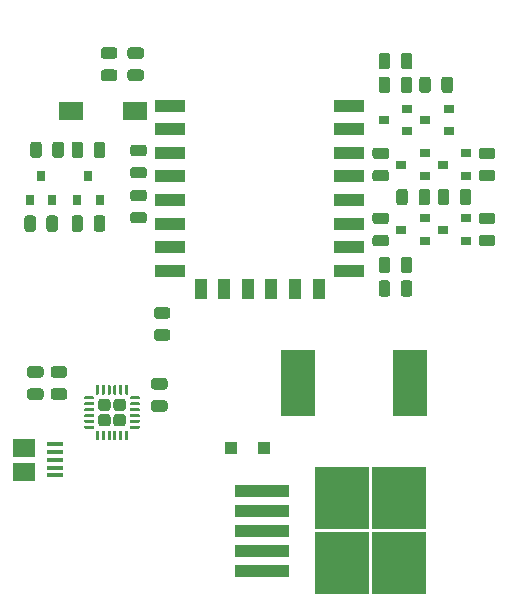
<source format=gbr>
%TF.GenerationSoftware,KiCad,Pcbnew,(5.1.6-0-10_14)*%
%TF.CreationDate,2020-07-27T20:59:48+02:00*%
%TF.ProjectId,DoorLightController,446f6f72-4c69-4676-9874-436f6e74726f,rev?*%
%TF.SameCoordinates,Original*%
%TF.FileFunction,Paste,Top*%
%TF.FilePolarity,Positive*%
%FSLAX46Y46*%
G04 Gerber Fmt 4.6, Leading zero omitted, Abs format (unit mm)*
G04 Created by KiCad (PCBNEW (5.1.6-0-10_14)) date 2020-07-27 20:59:48*
%MOMM*%
%LPD*%
G01*
G04 APERTURE LIST*
%ADD10R,1.900000X1.500000*%
%ADD11R,1.350000X0.400000*%
%ADD12R,2.000000X1.600000*%
%ADD13R,3.000000X5.600000*%
%ADD14R,1.100000X1.100000*%
%ADD15R,2.500000X1.000000*%
%ADD16R,1.000000X1.800000*%
%ADD17R,0.800000X0.900000*%
%ADD18R,0.900000X0.800000*%
%ADD19R,4.600000X1.100000*%
%ADD20R,4.550000X5.250000*%
G04 APERTURE END LIST*
D10*
%TO.C,J3*%
X190012500Y-93500000D03*
D11*
X192712500Y-94500000D03*
X192712500Y-95150000D03*
X192712500Y-95800000D03*
X192712500Y-93200000D03*
X192712500Y-93850000D03*
D10*
X190012500Y-95500000D03*
%TD*%
D12*
%TO.C,SW1*%
X199450000Y-65000000D03*
X194050000Y-65000000D03*
%TD*%
%TO.C,R18*%
G36*
G01*
X195050000Y-67793750D02*
X195050000Y-68706250D01*
G75*
G02*
X194806250Y-68950000I-243750J0D01*
G01*
X194318750Y-68950000D01*
G75*
G02*
X194075000Y-68706250I0J243750D01*
G01*
X194075000Y-67793750D01*
G75*
G02*
X194318750Y-67550000I243750J0D01*
G01*
X194806250Y-67550000D01*
G75*
G02*
X195050000Y-67793750I0J-243750D01*
G01*
G37*
G36*
G01*
X196925000Y-67793750D02*
X196925000Y-68706250D01*
G75*
G02*
X196681250Y-68950000I-243750J0D01*
G01*
X196193750Y-68950000D01*
G75*
G02*
X195950000Y-68706250I0J243750D01*
G01*
X195950000Y-67793750D01*
G75*
G02*
X196193750Y-67550000I243750J0D01*
G01*
X196681250Y-67550000D01*
G75*
G02*
X196925000Y-67793750I0J-243750D01*
G01*
G37*
%TD*%
%TO.C,R17*%
G36*
G01*
X193425000Y-67793750D02*
X193425000Y-68706250D01*
G75*
G02*
X193181250Y-68950000I-243750J0D01*
G01*
X192693750Y-68950000D01*
G75*
G02*
X192450000Y-68706250I0J243750D01*
G01*
X192450000Y-67793750D01*
G75*
G02*
X192693750Y-67550000I243750J0D01*
G01*
X193181250Y-67550000D01*
G75*
G02*
X193425000Y-67793750I0J-243750D01*
G01*
G37*
G36*
G01*
X191550000Y-67793750D02*
X191550000Y-68706250D01*
G75*
G02*
X191306250Y-68950000I-243750J0D01*
G01*
X190818750Y-68950000D01*
G75*
G02*
X190575000Y-68706250I0J243750D01*
G01*
X190575000Y-67793750D01*
G75*
G02*
X190818750Y-67550000I243750J0D01*
G01*
X191306250Y-67550000D01*
G75*
G02*
X191550000Y-67793750I0J-243750D01*
G01*
G37*
%TD*%
D13*
%TO.C,L1*%
X222750000Y-88000000D03*
X213250000Y-88000000D03*
%TD*%
%TO.C,D3*%
G36*
G01*
X199956250Y-60550000D02*
X199043750Y-60550000D01*
G75*
G02*
X198800000Y-60306250I0J243750D01*
G01*
X198800000Y-59818750D01*
G75*
G02*
X199043750Y-59575000I243750J0D01*
G01*
X199956250Y-59575000D01*
G75*
G02*
X200200000Y-59818750I0J-243750D01*
G01*
X200200000Y-60306250D01*
G75*
G02*
X199956250Y-60550000I-243750J0D01*
G01*
G37*
G36*
G01*
X199956250Y-62425000D02*
X199043750Y-62425000D01*
G75*
G02*
X198800000Y-62181250I0J243750D01*
G01*
X198800000Y-61693750D01*
G75*
G02*
X199043750Y-61450000I243750J0D01*
G01*
X199956250Y-61450000D01*
G75*
G02*
X200200000Y-61693750I0J-243750D01*
G01*
X200200000Y-62181250D01*
G75*
G02*
X199956250Y-62425000I-243750J0D01*
G01*
G37*
%TD*%
%TO.C,D2*%
G36*
G01*
X197706250Y-60550000D02*
X196793750Y-60550000D01*
G75*
G02*
X196550000Y-60306250I0J243750D01*
G01*
X196550000Y-59818750D01*
G75*
G02*
X196793750Y-59575000I243750J0D01*
G01*
X197706250Y-59575000D01*
G75*
G02*
X197950000Y-59818750I0J-243750D01*
G01*
X197950000Y-60306250D01*
G75*
G02*
X197706250Y-60550000I-243750J0D01*
G01*
G37*
G36*
G01*
X197706250Y-62425000D02*
X196793750Y-62425000D01*
G75*
G02*
X196550000Y-62181250I0J243750D01*
G01*
X196550000Y-61693750D01*
G75*
G02*
X196793750Y-61450000I243750J0D01*
G01*
X197706250Y-61450000D01*
G75*
G02*
X197950000Y-61693750I0J-243750D01*
G01*
X197950000Y-62181250D01*
G75*
G02*
X197706250Y-62425000I-243750J0D01*
G01*
G37*
%TD*%
D14*
%TO.C,D1*%
X207600000Y-93500000D03*
X210400000Y-93500000D03*
%TD*%
D15*
%TO.C,U2*%
X202400000Y-64500000D03*
X202400000Y-66500000D03*
X202400000Y-68500000D03*
X202400000Y-70500000D03*
X202400000Y-72500000D03*
X202400000Y-74500000D03*
X202400000Y-76500000D03*
X202400000Y-78500000D03*
D16*
X205000000Y-80000000D03*
X207000000Y-80000000D03*
X209000000Y-80000000D03*
X211000000Y-80000000D03*
X213000000Y-80000000D03*
X215000000Y-80000000D03*
D15*
X217600000Y-78500000D03*
X217600000Y-76500000D03*
X217600000Y-74500000D03*
X217600000Y-72500000D03*
X217600000Y-70500000D03*
X217600000Y-68500000D03*
X217600000Y-66500000D03*
X217600000Y-64500000D03*
%TD*%
%TO.C,C3*%
G36*
G01*
X201293750Y-83450000D02*
X202206250Y-83450000D01*
G75*
G02*
X202450000Y-83693750I0J-243750D01*
G01*
X202450000Y-84181250D01*
G75*
G02*
X202206250Y-84425000I-243750J0D01*
G01*
X201293750Y-84425000D01*
G75*
G02*
X201050000Y-84181250I0J243750D01*
G01*
X201050000Y-83693750D01*
G75*
G02*
X201293750Y-83450000I243750J0D01*
G01*
G37*
G36*
G01*
X201293750Y-81575000D02*
X202206250Y-81575000D01*
G75*
G02*
X202450000Y-81818750I0J-243750D01*
G01*
X202450000Y-82306250D01*
G75*
G02*
X202206250Y-82550000I-243750J0D01*
G01*
X201293750Y-82550000D01*
G75*
G02*
X201050000Y-82306250I0J243750D01*
G01*
X201050000Y-81818750D01*
G75*
G02*
X201293750Y-81575000I243750J0D01*
G01*
G37*
%TD*%
%TO.C,C4*%
G36*
G01*
X191456250Y-89425000D02*
X190543750Y-89425000D01*
G75*
G02*
X190300000Y-89181250I0J243750D01*
G01*
X190300000Y-88693750D01*
G75*
G02*
X190543750Y-88450000I243750J0D01*
G01*
X191456250Y-88450000D01*
G75*
G02*
X191700000Y-88693750I0J-243750D01*
G01*
X191700000Y-89181250D01*
G75*
G02*
X191456250Y-89425000I-243750J0D01*
G01*
G37*
G36*
G01*
X191456250Y-87550000D02*
X190543750Y-87550000D01*
G75*
G02*
X190300000Y-87306250I0J243750D01*
G01*
X190300000Y-86818750D01*
G75*
G02*
X190543750Y-86575000I243750J0D01*
G01*
X191456250Y-86575000D01*
G75*
G02*
X191700000Y-86818750I0J-243750D01*
G01*
X191700000Y-87306250D01*
G75*
G02*
X191456250Y-87550000I-243750J0D01*
G01*
G37*
%TD*%
%TO.C,C5*%
G36*
G01*
X192543750Y-88450000D02*
X193456250Y-88450000D01*
G75*
G02*
X193700000Y-88693750I0J-243750D01*
G01*
X193700000Y-89181250D01*
G75*
G02*
X193456250Y-89425000I-243750J0D01*
G01*
X192543750Y-89425000D01*
G75*
G02*
X192300000Y-89181250I0J243750D01*
G01*
X192300000Y-88693750D01*
G75*
G02*
X192543750Y-88450000I243750J0D01*
G01*
G37*
G36*
G01*
X192543750Y-86575000D02*
X193456250Y-86575000D01*
G75*
G02*
X193700000Y-86818750I0J-243750D01*
G01*
X193700000Y-87306250D01*
G75*
G02*
X193456250Y-87550000I-243750J0D01*
G01*
X192543750Y-87550000D01*
G75*
G02*
X192300000Y-87306250I0J243750D01*
G01*
X192300000Y-86818750D01*
G75*
G02*
X192543750Y-86575000I243750J0D01*
G01*
G37*
%TD*%
D17*
%TO.C,Q1*%
X194550000Y-72500000D03*
X196450000Y-72500000D03*
X195500000Y-70500000D03*
%TD*%
%TO.C,Q2*%
X190550000Y-72500000D03*
X192450000Y-72500000D03*
X191500000Y-70500000D03*
%TD*%
D18*
%TO.C,Q3*%
X224000000Y-70450000D03*
X224000000Y-68550000D03*
X222000000Y-69500000D03*
%TD*%
%TO.C,Q4*%
X220500000Y-65750000D03*
X222500000Y-64800000D03*
X222500000Y-66700000D03*
%TD*%
%TO.C,Q5*%
X224000000Y-75950000D03*
X224000000Y-74050000D03*
X222000000Y-75000000D03*
%TD*%
%TO.C,Q6*%
X225500000Y-69500000D03*
X227500000Y-68550000D03*
X227500000Y-70450000D03*
%TD*%
%TO.C,Q7*%
X224000000Y-65750000D03*
X226000000Y-64800000D03*
X226000000Y-66700000D03*
%TD*%
%TO.C,Q8*%
X225500000Y-75000000D03*
X227500000Y-74050000D03*
X227500000Y-75950000D03*
%TD*%
%TO.C,R1*%
G36*
G01*
X201956250Y-88550000D02*
X201043750Y-88550000D01*
G75*
G02*
X200800000Y-88306250I0J243750D01*
G01*
X200800000Y-87818750D01*
G75*
G02*
X201043750Y-87575000I243750J0D01*
G01*
X201956250Y-87575000D01*
G75*
G02*
X202200000Y-87818750I0J-243750D01*
G01*
X202200000Y-88306250D01*
G75*
G02*
X201956250Y-88550000I-243750J0D01*
G01*
G37*
G36*
G01*
X201956250Y-90425000D02*
X201043750Y-90425000D01*
G75*
G02*
X200800000Y-90181250I0J243750D01*
G01*
X200800000Y-89693750D01*
G75*
G02*
X201043750Y-89450000I243750J0D01*
G01*
X201956250Y-89450000D01*
G75*
G02*
X202200000Y-89693750I0J-243750D01*
G01*
X202200000Y-90181250D01*
G75*
G02*
X201956250Y-90425000I-243750J0D01*
G01*
G37*
%TD*%
%TO.C,R2*%
G36*
G01*
X191950000Y-74956250D02*
X191950000Y-74043750D01*
G75*
G02*
X192193750Y-73800000I243750J0D01*
G01*
X192681250Y-73800000D01*
G75*
G02*
X192925000Y-74043750I0J-243750D01*
G01*
X192925000Y-74956250D01*
G75*
G02*
X192681250Y-75200000I-243750J0D01*
G01*
X192193750Y-75200000D01*
G75*
G02*
X191950000Y-74956250I0J243750D01*
G01*
G37*
G36*
G01*
X190075000Y-74956250D02*
X190075000Y-74043750D01*
G75*
G02*
X190318750Y-73800000I243750J0D01*
G01*
X190806250Y-73800000D01*
G75*
G02*
X191050000Y-74043750I0J-243750D01*
G01*
X191050000Y-74956250D01*
G75*
G02*
X190806250Y-75200000I-243750J0D01*
G01*
X190318750Y-75200000D01*
G75*
G02*
X190075000Y-74956250I0J243750D01*
G01*
G37*
%TD*%
%TO.C,R3*%
G36*
G01*
X199293750Y-71637500D02*
X200206250Y-71637500D01*
G75*
G02*
X200450000Y-71881250I0J-243750D01*
G01*
X200450000Y-72368750D01*
G75*
G02*
X200206250Y-72612500I-243750J0D01*
G01*
X199293750Y-72612500D01*
G75*
G02*
X199050000Y-72368750I0J243750D01*
G01*
X199050000Y-71881250D01*
G75*
G02*
X199293750Y-71637500I243750J0D01*
G01*
G37*
G36*
G01*
X199293750Y-73512500D02*
X200206250Y-73512500D01*
G75*
G02*
X200450000Y-73756250I0J-243750D01*
G01*
X200450000Y-74243750D01*
G75*
G02*
X200206250Y-74487500I-243750J0D01*
G01*
X199293750Y-74487500D01*
G75*
G02*
X199050000Y-74243750I0J243750D01*
G01*
X199050000Y-73756250D01*
G75*
G02*
X199293750Y-73512500I243750J0D01*
G01*
G37*
%TD*%
%TO.C,R4*%
G36*
G01*
X221950000Y-78456250D02*
X221950000Y-77543750D01*
G75*
G02*
X222193750Y-77300000I243750J0D01*
G01*
X222681250Y-77300000D01*
G75*
G02*
X222925000Y-77543750I0J-243750D01*
G01*
X222925000Y-78456250D01*
G75*
G02*
X222681250Y-78700000I-243750J0D01*
G01*
X222193750Y-78700000D01*
G75*
G02*
X221950000Y-78456250I0J243750D01*
G01*
G37*
G36*
G01*
X220075000Y-78456250D02*
X220075000Y-77543750D01*
G75*
G02*
X220318750Y-77300000I243750J0D01*
G01*
X220806250Y-77300000D01*
G75*
G02*
X221050000Y-77543750I0J-243750D01*
G01*
X221050000Y-78456250D01*
G75*
G02*
X220806250Y-78700000I-243750J0D01*
G01*
X220318750Y-78700000D01*
G75*
G02*
X220075000Y-78456250I0J243750D01*
G01*
G37*
%TD*%
%TO.C,R5*%
G36*
G01*
X222925000Y-79543750D02*
X222925000Y-80456250D01*
G75*
G02*
X222681250Y-80700000I-243750J0D01*
G01*
X222193750Y-80700000D01*
G75*
G02*
X221950000Y-80456250I0J243750D01*
G01*
X221950000Y-79543750D01*
G75*
G02*
X222193750Y-79300000I243750J0D01*
G01*
X222681250Y-79300000D01*
G75*
G02*
X222925000Y-79543750I0J-243750D01*
G01*
G37*
G36*
G01*
X221050000Y-79543750D02*
X221050000Y-80456250D01*
G75*
G02*
X220806250Y-80700000I-243750J0D01*
G01*
X220318750Y-80700000D01*
G75*
G02*
X220075000Y-80456250I0J243750D01*
G01*
X220075000Y-79543750D01*
G75*
G02*
X220318750Y-79300000I243750J0D01*
G01*
X220806250Y-79300000D01*
G75*
G02*
X221050000Y-79543750I0J-243750D01*
G01*
G37*
%TD*%
%TO.C,R6*%
G36*
G01*
X196925000Y-74043750D02*
X196925000Y-74956250D01*
G75*
G02*
X196681250Y-75200000I-243750J0D01*
G01*
X196193750Y-75200000D01*
G75*
G02*
X195950000Y-74956250I0J243750D01*
G01*
X195950000Y-74043750D01*
G75*
G02*
X196193750Y-73800000I243750J0D01*
G01*
X196681250Y-73800000D01*
G75*
G02*
X196925000Y-74043750I0J-243750D01*
G01*
G37*
G36*
G01*
X195050000Y-74043750D02*
X195050000Y-74956250D01*
G75*
G02*
X194806250Y-75200000I-243750J0D01*
G01*
X194318750Y-75200000D01*
G75*
G02*
X194075000Y-74956250I0J243750D01*
G01*
X194075000Y-74043750D01*
G75*
G02*
X194318750Y-73800000I243750J0D01*
G01*
X194806250Y-73800000D01*
G75*
G02*
X195050000Y-74043750I0J-243750D01*
G01*
G37*
%TD*%
%TO.C,R7*%
G36*
G01*
X200206250Y-68800000D02*
X199293750Y-68800000D01*
G75*
G02*
X199050000Y-68556250I0J243750D01*
G01*
X199050000Y-68068750D01*
G75*
G02*
X199293750Y-67825000I243750J0D01*
G01*
X200206250Y-67825000D01*
G75*
G02*
X200450000Y-68068750I0J-243750D01*
G01*
X200450000Y-68556250D01*
G75*
G02*
X200206250Y-68800000I-243750J0D01*
G01*
G37*
G36*
G01*
X200206250Y-70675000D02*
X199293750Y-70675000D01*
G75*
G02*
X199050000Y-70431250I0J243750D01*
G01*
X199050000Y-69943750D01*
G75*
G02*
X199293750Y-69700000I243750J0D01*
G01*
X200206250Y-69700000D01*
G75*
G02*
X200450000Y-69943750I0J-243750D01*
G01*
X200450000Y-70431250D01*
G75*
G02*
X200206250Y-70675000I-243750J0D01*
G01*
G37*
%TD*%
%TO.C,R8*%
G36*
G01*
X219793750Y-68075000D02*
X220706250Y-68075000D01*
G75*
G02*
X220950000Y-68318750I0J-243750D01*
G01*
X220950000Y-68806250D01*
G75*
G02*
X220706250Y-69050000I-243750J0D01*
G01*
X219793750Y-69050000D01*
G75*
G02*
X219550000Y-68806250I0J243750D01*
G01*
X219550000Y-68318750D01*
G75*
G02*
X219793750Y-68075000I243750J0D01*
G01*
G37*
G36*
G01*
X219793750Y-69950000D02*
X220706250Y-69950000D01*
G75*
G02*
X220950000Y-70193750I0J-243750D01*
G01*
X220950000Y-70681250D01*
G75*
G02*
X220706250Y-70925000I-243750J0D01*
G01*
X219793750Y-70925000D01*
G75*
G02*
X219550000Y-70681250I0J243750D01*
G01*
X219550000Y-70193750D01*
G75*
G02*
X219793750Y-69950000I243750J0D01*
G01*
G37*
%TD*%
%TO.C,R9*%
G36*
G01*
X221950000Y-63206250D02*
X221950000Y-62293750D01*
G75*
G02*
X222193750Y-62050000I243750J0D01*
G01*
X222681250Y-62050000D01*
G75*
G02*
X222925000Y-62293750I0J-243750D01*
G01*
X222925000Y-63206250D01*
G75*
G02*
X222681250Y-63450000I-243750J0D01*
G01*
X222193750Y-63450000D01*
G75*
G02*
X221950000Y-63206250I0J243750D01*
G01*
G37*
G36*
G01*
X220075000Y-63206250D02*
X220075000Y-62293750D01*
G75*
G02*
X220318750Y-62050000I243750J0D01*
G01*
X220806250Y-62050000D01*
G75*
G02*
X221050000Y-62293750I0J-243750D01*
G01*
X221050000Y-63206250D01*
G75*
G02*
X220806250Y-63450000I-243750J0D01*
G01*
X220318750Y-63450000D01*
G75*
G02*
X220075000Y-63206250I0J243750D01*
G01*
G37*
%TD*%
%TO.C,R10*%
G36*
G01*
X219793750Y-73575000D02*
X220706250Y-73575000D01*
G75*
G02*
X220950000Y-73818750I0J-243750D01*
G01*
X220950000Y-74306250D01*
G75*
G02*
X220706250Y-74550000I-243750J0D01*
G01*
X219793750Y-74550000D01*
G75*
G02*
X219550000Y-74306250I0J243750D01*
G01*
X219550000Y-73818750D01*
G75*
G02*
X219793750Y-73575000I243750J0D01*
G01*
G37*
G36*
G01*
X219793750Y-75450000D02*
X220706250Y-75450000D01*
G75*
G02*
X220950000Y-75693750I0J-243750D01*
G01*
X220950000Y-76181250D01*
G75*
G02*
X220706250Y-76425000I-243750J0D01*
G01*
X219793750Y-76425000D01*
G75*
G02*
X219550000Y-76181250I0J243750D01*
G01*
X219550000Y-75693750D01*
G75*
G02*
X219793750Y-75450000I243750J0D01*
G01*
G37*
%TD*%
%TO.C,R11*%
G36*
G01*
X229706250Y-69050000D02*
X228793750Y-69050000D01*
G75*
G02*
X228550000Y-68806250I0J243750D01*
G01*
X228550000Y-68318750D01*
G75*
G02*
X228793750Y-68075000I243750J0D01*
G01*
X229706250Y-68075000D01*
G75*
G02*
X229950000Y-68318750I0J-243750D01*
G01*
X229950000Y-68806250D01*
G75*
G02*
X229706250Y-69050000I-243750J0D01*
G01*
G37*
G36*
G01*
X229706250Y-70925000D02*
X228793750Y-70925000D01*
G75*
G02*
X228550000Y-70681250I0J243750D01*
G01*
X228550000Y-70193750D01*
G75*
G02*
X228793750Y-69950000I243750J0D01*
G01*
X229706250Y-69950000D01*
G75*
G02*
X229950000Y-70193750I0J-243750D01*
G01*
X229950000Y-70681250D01*
G75*
G02*
X229706250Y-70925000I-243750J0D01*
G01*
G37*
%TD*%
%TO.C,R12*%
G36*
G01*
X223512500Y-63206250D02*
X223512500Y-62293750D01*
G75*
G02*
X223756250Y-62050000I243750J0D01*
G01*
X224243750Y-62050000D01*
G75*
G02*
X224487500Y-62293750I0J-243750D01*
G01*
X224487500Y-63206250D01*
G75*
G02*
X224243750Y-63450000I-243750J0D01*
G01*
X223756250Y-63450000D01*
G75*
G02*
X223512500Y-63206250I0J243750D01*
G01*
G37*
G36*
G01*
X225387500Y-63206250D02*
X225387500Y-62293750D01*
G75*
G02*
X225631250Y-62050000I243750J0D01*
G01*
X226118750Y-62050000D01*
G75*
G02*
X226362500Y-62293750I0J-243750D01*
G01*
X226362500Y-63206250D01*
G75*
G02*
X226118750Y-63450000I-243750J0D01*
G01*
X225631250Y-63450000D01*
G75*
G02*
X225387500Y-63206250I0J243750D01*
G01*
G37*
%TD*%
%TO.C,R13*%
G36*
G01*
X229706250Y-74550000D02*
X228793750Y-74550000D01*
G75*
G02*
X228550000Y-74306250I0J243750D01*
G01*
X228550000Y-73818750D01*
G75*
G02*
X228793750Y-73575000I243750J0D01*
G01*
X229706250Y-73575000D01*
G75*
G02*
X229950000Y-73818750I0J-243750D01*
G01*
X229950000Y-74306250D01*
G75*
G02*
X229706250Y-74550000I-243750J0D01*
G01*
G37*
G36*
G01*
X229706250Y-76425000D02*
X228793750Y-76425000D01*
G75*
G02*
X228550000Y-76181250I0J243750D01*
G01*
X228550000Y-75693750D01*
G75*
G02*
X228793750Y-75450000I243750J0D01*
G01*
X229706250Y-75450000D01*
G75*
G02*
X229950000Y-75693750I0J-243750D01*
G01*
X229950000Y-76181250D01*
G75*
G02*
X229706250Y-76425000I-243750J0D01*
G01*
G37*
%TD*%
%TO.C,R14*%
G36*
G01*
X226050000Y-71793750D02*
X226050000Y-72706250D01*
G75*
G02*
X225806250Y-72950000I-243750J0D01*
G01*
X225318750Y-72950000D01*
G75*
G02*
X225075000Y-72706250I0J243750D01*
G01*
X225075000Y-71793750D01*
G75*
G02*
X225318750Y-71550000I243750J0D01*
G01*
X225806250Y-71550000D01*
G75*
G02*
X226050000Y-71793750I0J-243750D01*
G01*
G37*
G36*
G01*
X227925000Y-71793750D02*
X227925000Y-72706250D01*
G75*
G02*
X227681250Y-72950000I-243750J0D01*
G01*
X227193750Y-72950000D01*
G75*
G02*
X226950000Y-72706250I0J243750D01*
G01*
X226950000Y-71793750D01*
G75*
G02*
X227193750Y-71550000I243750J0D01*
G01*
X227681250Y-71550000D01*
G75*
G02*
X227925000Y-71793750I0J-243750D01*
G01*
G37*
%TD*%
%TO.C,R15*%
G36*
G01*
X220075000Y-61206250D02*
X220075000Y-60293750D01*
G75*
G02*
X220318750Y-60050000I243750J0D01*
G01*
X220806250Y-60050000D01*
G75*
G02*
X221050000Y-60293750I0J-243750D01*
G01*
X221050000Y-61206250D01*
G75*
G02*
X220806250Y-61450000I-243750J0D01*
G01*
X220318750Y-61450000D01*
G75*
G02*
X220075000Y-61206250I0J243750D01*
G01*
G37*
G36*
G01*
X221950000Y-61206250D02*
X221950000Y-60293750D01*
G75*
G02*
X222193750Y-60050000I243750J0D01*
G01*
X222681250Y-60050000D01*
G75*
G02*
X222925000Y-60293750I0J-243750D01*
G01*
X222925000Y-61206250D01*
G75*
G02*
X222681250Y-61450000I-243750J0D01*
G01*
X222193750Y-61450000D01*
G75*
G02*
X221950000Y-61206250I0J243750D01*
G01*
G37*
%TD*%
%TO.C,R16*%
G36*
G01*
X221575000Y-72706250D02*
X221575000Y-71793750D01*
G75*
G02*
X221818750Y-71550000I243750J0D01*
G01*
X222306250Y-71550000D01*
G75*
G02*
X222550000Y-71793750I0J-243750D01*
G01*
X222550000Y-72706250D01*
G75*
G02*
X222306250Y-72950000I-243750J0D01*
G01*
X221818750Y-72950000D01*
G75*
G02*
X221575000Y-72706250I0J243750D01*
G01*
G37*
G36*
G01*
X223450000Y-72706250D02*
X223450000Y-71793750D01*
G75*
G02*
X223693750Y-71550000I243750J0D01*
G01*
X224181250Y-71550000D01*
G75*
G02*
X224425000Y-71793750I0J-243750D01*
G01*
X224425000Y-72706250D01*
G75*
G02*
X224181250Y-72950000I-243750J0D01*
G01*
X223693750Y-72950000D01*
G75*
G02*
X223450000Y-72706250I0J243750D01*
G01*
G37*
%TD*%
D19*
%TO.C,U1*%
X210225000Y-97100000D03*
X210225000Y-98800000D03*
X210225000Y-100500000D03*
X210225000Y-102200000D03*
X210225000Y-103900000D03*
D20*
X221800000Y-103275000D03*
X216950000Y-97725000D03*
X221800000Y-97725000D03*
X216950000Y-103275000D03*
%TD*%
%TO.C,U3*%
G36*
G01*
X195150000Y-89312500D02*
X195150000Y-89187500D01*
G75*
G02*
X195212500Y-89125000I62500J0D01*
G01*
X195912500Y-89125000D01*
G75*
G02*
X195975000Y-89187500I0J-62500D01*
G01*
X195975000Y-89312500D01*
G75*
G02*
X195912500Y-89375000I-62500J0D01*
G01*
X195212500Y-89375000D01*
G75*
G02*
X195150000Y-89312500I0J62500D01*
G01*
G37*
G36*
G01*
X195150000Y-89812500D02*
X195150000Y-89687500D01*
G75*
G02*
X195212500Y-89625000I62500J0D01*
G01*
X195912500Y-89625000D01*
G75*
G02*
X195975000Y-89687500I0J-62500D01*
G01*
X195975000Y-89812500D01*
G75*
G02*
X195912500Y-89875000I-62500J0D01*
G01*
X195212500Y-89875000D01*
G75*
G02*
X195150000Y-89812500I0J62500D01*
G01*
G37*
G36*
G01*
X195150000Y-90312500D02*
X195150000Y-90187500D01*
G75*
G02*
X195212500Y-90125000I62500J0D01*
G01*
X195912500Y-90125000D01*
G75*
G02*
X195975000Y-90187500I0J-62500D01*
G01*
X195975000Y-90312500D01*
G75*
G02*
X195912500Y-90375000I-62500J0D01*
G01*
X195212500Y-90375000D01*
G75*
G02*
X195150000Y-90312500I0J62500D01*
G01*
G37*
G36*
G01*
X195150000Y-90812500D02*
X195150000Y-90687500D01*
G75*
G02*
X195212500Y-90625000I62500J0D01*
G01*
X195912500Y-90625000D01*
G75*
G02*
X195975000Y-90687500I0J-62500D01*
G01*
X195975000Y-90812500D01*
G75*
G02*
X195912500Y-90875000I-62500J0D01*
G01*
X195212500Y-90875000D01*
G75*
G02*
X195150000Y-90812500I0J62500D01*
G01*
G37*
G36*
G01*
X195150000Y-91312500D02*
X195150000Y-91187500D01*
G75*
G02*
X195212500Y-91125000I62500J0D01*
G01*
X195912500Y-91125000D01*
G75*
G02*
X195975000Y-91187500I0J-62500D01*
G01*
X195975000Y-91312500D01*
G75*
G02*
X195912500Y-91375000I-62500J0D01*
G01*
X195212500Y-91375000D01*
G75*
G02*
X195150000Y-91312500I0J62500D01*
G01*
G37*
G36*
G01*
X195150000Y-91812500D02*
X195150000Y-91687500D01*
G75*
G02*
X195212500Y-91625000I62500J0D01*
G01*
X195912500Y-91625000D01*
G75*
G02*
X195975000Y-91687500I0J-62500D01*
G01*
X195975000Y-91812500D01*
G75*
G02*
X195912500Y-91875000I-62500J0D01*
G01*
X195212500Y-91875000D01*
G75*
G02*
X195150000Y-91812500I0J62500D01*
G01*
G37*
G36*
G01*
X196125000Y-92787500D02*
X196125000Y-92087500D01*
G75*
G02*
X196187500Y-92025000I62500J0D01*
G01*
X196312500Y-92025000D01*
G75*
G02*
X196375000Y-92087500I0J-62500D01*
G01*
X196375000Y-92787500D01*
G75*
G02*
X196312500Y-92850000I-62500J0D01*
G01*
X196187500Y-92850000D01*
G75*
G02*
X196125000Y-92787500I0J62500D01*
G01*
G37*
G36*
G01*
X196625000Y-92787500D02*
X196625000Y-92087500D01*
G75*
G02*
X196687500Y-92025000I62500J0D01*
G01*
X196812500Y-92025000D01*
G75*
G02*
X196875000Y-92087500I0J-62500D01*
G01*
X196875000Y-92787500D01*
G75*
G02*
X196812500Y-92850000I-62500J0D01*
G01*
X196687500Y-92850000D01*
G75*
G02*
X196625000Y-92787500I0J62500D01*
G01*
G37*
G36*
G01*
X197125000Y-92787500D02*
X197125000Y-92087500D01*
G75*
G02*
X197187500Y-92025000I62500J0D01*
G01*
X197312500Y-92025000D01*
G75*
G02*
X197375000Y-92087500I0J-62500D01*
G01*
X197375000Y-92787500D01*
G75*
G02*
X197312500Y-92850000I-62500J0D01*
G01*
X197187500Y-92850000D01*
G75*
G02*
X197125000Y-92787500I0J62500D01*
G01*
G37*
G36*
G01*
X197625000Y-92787500D02*
X197625000Y-92087500D01*
G75*
G02*
X197687500Y-92025000I62500J0D01*
G01*
X197812500Y-92025000D01*
G75*
G02*
X197875000Y-92087500I0J-62500D01*
G01*
X197875000Y-92787500D01*
G75*
G02*
X197812500Y-92850000I-62500J0D01*
G01*
X197687500Y-92850000D01*
G75*
G02*
X197625000Y-92787500I0J62500D01*
G01*
G37*
G36*
G01*
X198125000Y-92787500D02*
X198125000Y-92087500D01*
G75*
G02*
X198187500Y-92025000I62500J0D01*
G01*
X198312500Y-92025000D01*
G75*
G02*
X198375000Y-92087500I0J-62500D01*
G01*
X198375000Y-92787500D01*
G75*
G02*
X198312500Y-92850000I-62500J0D01*
G01*
X198187500Y-92850000D01*
G75*
G02*
X198125000Y-92787500I0J62500D01*
G01*
G37*
G36*
G01*
X198625000Y-92787500D02*
X198625000Y-92087500D01*
G75*
G02*
X198687500Y-92025000I62500J0D01*
G01*
X198812500Y-92025000D01*
G75*
G02*
X198875000Y-92087500I0J-62500D01*
G01*
X198875000Y-92787500D01*
G75*
G02*
X198812500Y-92850000I-62500J0D01*
G01*
X198687500Y-92850000D01*
G75*
G02*
X198625000Y-92787500I0J62500D01*
G01*
G37*
G36*
G01*
X199025000Y-91812500D02*
X199025000Y-91687500D01*
G75*
G02*
X199087500Y-91625000I62500J0D01*
G01*
X199787500Y-91625000D01*
G75*
G02*
X199850000Y-91687500I0J-62500D01*
G01*
X199850000Y-91812500D01*
G75*
G02*
X199787500Y-91875000I-62500J0D01*
G01*
X199087500Y-91875000D01*
G75*
G02*
X199025000Y-91812500I0J62500D01*
G01*
G37*
G36*
G01*
X199025000Y-91312500D02*
X199025000Y-91187500D01*
G75*
G02*
X199087500Y-91125000I62500J0D01*
G01*
X199787500Y-91125000D01*
G75*
G02*
X199850000Y-91187500I0J-62500D01*
G01*
X199850000Y-91312500D01*
G75*
G02*
X199787500Y-91375000I-62500J0D01*
G01*
X199087500Y-91375000D01*
G75*
G02*
X199025000Y-91312500I0J62500D01*
G01*
G37*
G36*
G01*
X199025000Y-90812500D02*
X199025000Y-90687500D01*
G75*
G02*
X199087500Y-90625000I62500J0D01*
G01*
X199787500Y-90625000D01*
G75*
G02*
X199850000Y-90687500I0J-62500D01*
G01*
X199850000Y-90812500D01*
G75*
G02*
X199787500Y-90875000I-62500J0D01*
G01*
X199087500Y-90875000D01*
G75*
G02*
X199025000Y-90812500I0J62500D01*
G01*
G37*
G36*
G01*
X199025000Y-90312500D02*
X199025000Y-90187500D01*
G75*
G02*
X199087500Y-90125000I62500J0D01*
G01*
X199787500Y-90125000D01*
G75*
G02*
X199850000Y-90187500I0J-62500D01*
G01*
X199850000Y-90312500D01*
G75*
G02*
X199787500Y-90375000I-62500J0D01*
G01*
X199087500Y-90375000D01*
G75*
G02*
X199025000Y-90312500I0J62500D01*
G01*
G37*
G36*
G01*
X199025000Y-89812500D02*
X199025000Y-89687500D01*
G75*
G02*
X199087500Y-89625000I62500J0D01*
G01*
X199787500Y-89625000D01*
G75*
G02*
X199850000Y-89687500I0J-62500D01*
G01*
X199850000Y-89812500D01*
G75*
G02*
X199787500Y-89875000I-62500J0D01*
G01*
X199087500Y-89875000D01*
G75*
G02*
X199025000Y-89812500I0J62500D01*
G01*
G37*
G36*
G01*
X199025000Y-89312500D02*
X199025000Y-89187500D01*
G75*
G02*
X199087500Y-89125000I62500J0D01*
G01*
X199787500Y-89125000D01*
G75*
G02*
X199850000Y-89187500I0J-62500D01*
G01*
X199850000Y-89312500D01*
G75*
G02*
X199787500Y-89375000I-62500J0D01*
G01*
X199087500Y-89375000D01*
G75*
G02*
X199025000Y-89312500I0J62500D01*
G01*
G37*
G36*
G01*
X198625000Y-88912500D02*
X198625000Y-88212500D01*
G75*
G02*
X198687500Y-88150000I62500J0D01*
G01*
X198812500Y-88150000D01*
G75*
G02*
X198875000Y-88212500I0J-62500D01*
G01*
X198875000Y-88912500D01*
G75*
G02*
X198812500Y-88975000I-62500J0D01*
G01*
X198687500Y-88975000D01*
G75*
G02*
X198625000Y-88912500I0J62500D01*
G01*
G37*
G36*
G01*
X198125000Y-88912500D02*
X198125000Y-88212500D01*
G75*
G02*
X198187500Y-88150000I62500J0D01*
G01*
X198312500Y-88150000D01*
G75*
G02*
X198375000Y-88212500I0J-62500D01*
G01*
X198375000Y-88912500D01*
G75*
G02*
X198312500Y-88975000I-62500J0D01*
G01*
X198187500Y-88975000D01*
G75*
G02*
X198125000Y-88912500I0J62500D01*
G01*
G37*
G36*
G01*
X197625000Y-88912500D02*
X197625000Y-88212500D01*
G75*
G02*
X197687500Y-88150000I62500J0D01*
G01*
X197812500Y-88150000D01*
G75*
G02*
X197875000Y-88212500I0J-62500D01*
G01*
X197875000Y-88912500D01*
G75*
G02*
X197812500Y-88975000I-62500J0D01*
G01*
X197687500Y-88975000D01*
G75*
G02*
X197625000Y-88912500I0J62500D01*
G01*
G37*
G36*
G01*
X197125000Y-88912500D02*
X197125000Y-88212500D01*
G75*
G02*
X197187500Y-88150000I62500J0D01*
G01*
X197312500Y-88150000D01*
G75*
G02*
X197375000Y-88212500I0J-62500D01*
G01*
X197375000Y-88912500D01*
G75*
G02*
X197312500Y-88975000I-62500J0D01*
G01*
X197187500Y-88975000D01*
G75*
G02*
X197125000Y-88912500I0J62500D01*
G01*
G37*
G36*
G01*
X196625000Y-88912500D02*
X196625000Y-88212500D01*
G75*
G02*
X196687500Y-88150000I62500J0D01*
G01*
X196812500Y-88150000D01*
G75*
G02*
X196875000Y-88212500I0J-62500D01*
G01*
X196875000Y-88912500D01*
G75*
G02*
X196812500Y-88975000I-62500J0D01*
G01*
X196687500Y-88975000D01*
G75*
G02*
X196625000Y-88912500I0J62500D01*
G01*
G37*
G36*
G01*
X196125000Y-88912500D02*
X196125000Y-88212500D01*
G75*
G02*
X196187500Y-88150000I62500J0D01*
G01*
X196312500Y-88150000D01*
G75*
G02*
X196375000Y-88212500I0J-62500D01*
G01*
X196375000Y-88912500D01*
G75*
G02*
X196312500Y-88975000I-62500J0D01*
G01*
X196187500Y-88975000D01*
G75*
G02*
X196125000Y-88912500I0J62500D01*
G01*
G37*
G36*
G01*
X196325000Y-90125001D02*
X196325000Y-89574999D01*
G75*
G02*
X196574999Y-89325000I249999J0D01*
G01*
X197125001Y-89325000D01*
G75*
G02*
X197375000Y-89574999I0J-249999D01*
G01*
X197375000Y-90125001D01*
G75*
G02*
X197125001Y-90375000I-249999J0D01*
G01*
X196574999Y-90375000D01*
G75*
G02*
X196325000Y-90125001I0J249999D01*
G01*
G37*
G36*
G01*
X196325000Y-91425001D02*
X196325000Y-90874999D01*
G75*
G02*
X196574999Y-90625000I249999J0D01*
G01*
X197125001Y-90625000D01*
G75*
G02*
X197375000Y-90874999I0J-249999D01*
G01*
X197375000Y-91425001D01*
G75*
G02*
X197125001Y-91675000I-249999J0D01*
G01*
X196574999Y-91675000D01*
G75*
G02*
X196325000Y-91425001I0J249999D01*
G01*
G37*
G36*
G01*
X197625000Y-90125001D02*
X197625000Y-89574999D01*
G75*
G02*
X197874999Y-89325000I249999J0D01*
G01*
X198425001Y-89325000D01*
G75*
G02*
X198675000Y-89574999I0J-249999D01*
G01*
X198675000Y-90125001D01*
G75*
G02*
X198425001Y-90375000I-249999J0D01*
G01*
X197874999Y-90375000D01*
G75*
G02*
X197625000Y-90125001I0J249999D01*
G01*
G37*
G36*
G01*
X197625000Y-91425001D02*
X197625000Y-90874999D01*
G75*
G02*
X197874999Y-90625000I249999J0D01*
G01*
X198425001Y-90625000D01*
G75*
G02*
X198675000Y-90874999I0J-249999D01*
G01*
X198675000Y-91425001D01*
G75*
G02*
X198425001Y-91675000I-249999J0D01*
G01*
X197874999Y-91675000D01*
G75*
G02*
X197625000Y-91425001I0J249999D01*
G01*
G37*
%TD*%
M02*

</source>
